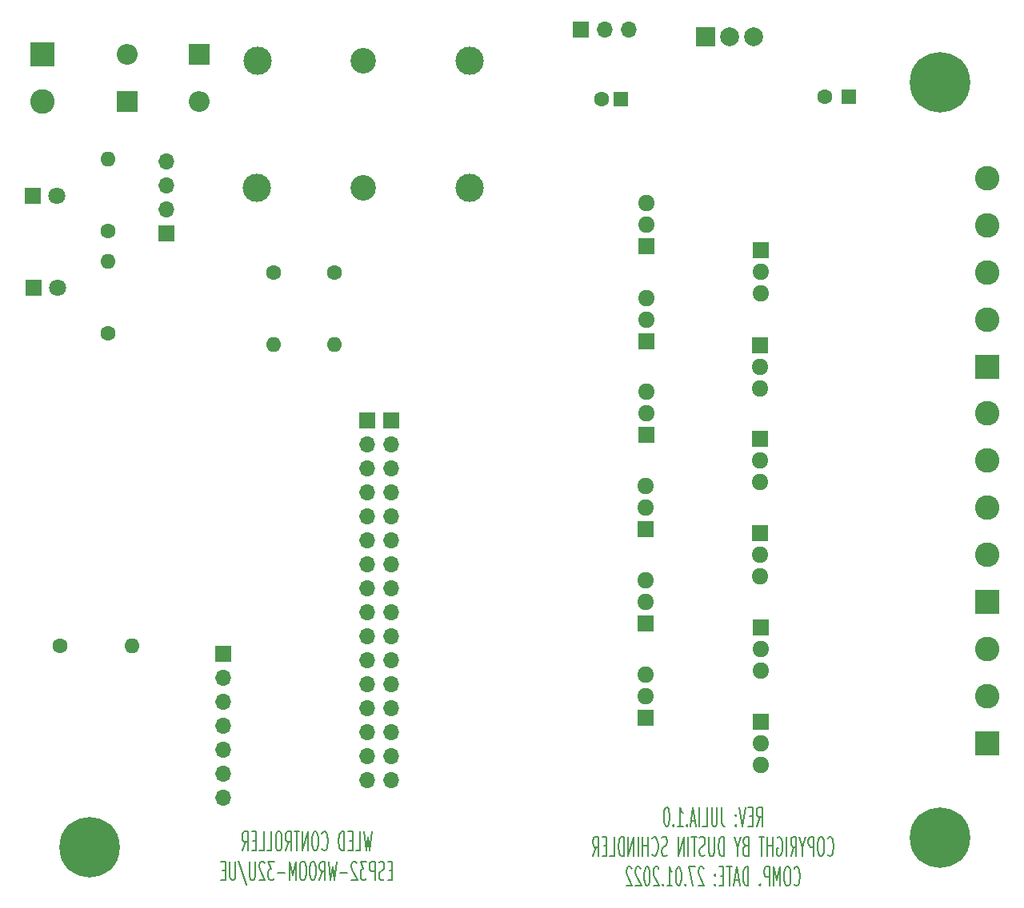
<source format=gbr>
%TF.GenerationSoftware,KiCad,Pcbnew,(5.1.10)-1*%
%TF.CreationDate,2022-01-27T04:55:15+01:00*%
%TF.ProjectId,_autosave-ESP32LedControllerRGBWWf_rJulia,5f617574-6f73-4617-9665-2d4553503332,rev?*%
%TF.SameCoordinates,Original*%
%TF.FileFunction,Soldermask,Bot*%
%TF.FilePolarity,Negative*%
%FSLAX46Y46*%
G04 Gerber Fmt 4.6, Leading zero omitted, Abs format (unit mm)*
G04 Created by KiCad (PCBNEW (5.1.10)-1) date 2022-01-27 04:55:15*
%MOMM*%
%LPD*%
G01*
G04 APERTURE LIST*
%ADD10C,0.150000*%
%ADD11C,6.400000*%
%ADD12C,2.600000*%
%ADD13R,2.600000X2.600000*%
%ADD14C,1.800000*%
%ADD15R,1.800000X1.800000*%
%ADD16C,2.000000*%
%ADD17R,2.000000X2.000000*%
%ADD18O,1.600000X1.600000*%
%ADD19C,1.600000*%
%ADD20O,1.800000X1.717500*%
%ADD21R,1.800000X1.717500*%
%ADD22O,1.700000X1.700000*%
%ADD23R,1.700000X1.700000*%
%ADD24C,2.700000*%
%ADD25C,3.000000*%
%ADD26O,2.200000X2.200000*%
%ADD27R,2.200000X2.200000*%
%ADD28R,1.600000X1.600000*%
G04 APERTURE END LIST*
D10*
X119880952Y-139329761D02*
X119642857Y-141329761D01*
X119452380Y-139901190D01*
X119261904Y-141329761D01*
X119023809Y-139329761D01*
X118166666Y-141329761D02*
X118642857Y-141329761D01*
X118642857Y-139329761D01*
X117833333Y-140282142D02*
X117500000Y-140282142D01*
X117357142Y-141329761D02*
X117833333Y-141329761D01*
X117833333Y-139329761D01*
X117357142Y-139329761D01*
X116928571Y-141329761D02*
X116928571Y-139329761D01*
X116690476Y-139329761D01*
X116547619Y-139425000D01*
X116452380Y-139615476D01*
X116404761Y-139805952D01*
X116357142Y-140186904D01*
X116357142Y-140472619D01*
X116404761Y-140853571D01*
X116452380Y-141044047D01*
X116547619Y-141234523D01*
X116690476Y-141329761D01*
X116928571Y-141329761D01*
X114595238Y-141139285D02*
X114642857Y-141234523D01*
X114785714Y-141329761D01*
X114880952Y-141329761D01*
X115023809Y-141234523D01*
X115119047Y-141044047D01*
X115166666Y-140853571D01*
X115214285Y-140472619D01*
X115214285Y-140186904D01*
X115166666Y-139805952D01*
X115119047Y-139615476D01*
X115023809Y-139425000D01*
X114880952Y-139329761D01*
X114785714Y-139329761D01*
X114642857Y-139425000D01*
X114595238Y-139520238D01*
X113976190Y-139329761D02*
X113785714Y-139329761D01*
X113690476Y-139425000D01*
X113595238Y-139615476D01*
X113547619Y-139996428D01*
X113547619Y-140663095D01*
X113595238Y-141044047D01*
X113690476Y-141234523D01*
X113785714Y-141329761D01*
X113976190Y-141329761D01*
X114071428Y-141234523D01*
X114166666Y-141044047D01*
X114214285Y-140663095D01*
X114214285Y-139996428D01*
X114166666Y-139615476D01*
X114071428Y-139425000D01*
X113976190Y-139329761D01*
X113119047Y-141329761D02*
X113119047Y-139329761D01*
X112547619Y-141329761D01*
X112547619Y-139329761D01*
X112214285Y-139329761D02*
X111642857Y-139329761D01*
X111928571Y-141329761D02*
X111928571Y-139329761D01*
X110738095Y-141329761D02*
X111071428Y-140377380D01*
X111309523Y-141329761D02*
X111309523Y-139329761D01*
X110928571Y-139329761D01*
X110833333Y-139425000D01*
X110785714Y-139520238D01*
X110738095Y-139710714D01*
X110738095Y-139996428D01*
X110785714Y-140186904D01*
X110833333Y-140282142D01*
X110928571Y-140377380D01*
X111309523Y-140377380D01*
X110119047Y-139329761D02*
X109928571Y-139329761D01*
X109833333Y-139425000D01*
X109738095Y-139615476D01*
X109690476Y-139996428D01*
X109690476Y-140663095D01*
X109738095Y-141044047D01*
X109833333Y-141234523D01*
X109928571Y-141329761D01*
X110119047Y-141329761D01*
X110214285Y-141234523D01*
X110309523Y-141044047D01*
X110357142Y-140663095D01*
X110357142Y-139996428D01*
X110309523Y-139615476D01*
X110214285Y-139425000D01*
X110119047Y-139329761D01*
X108785714Y-141329761D02*
X109261904Y-141329761D01*
X109261904Y-139329761D01*
X107976190Y-141329761D02*
X108452380Y-141329761D01*
X108452380Y-139329761D01*
X107642857Y-140282142D02*
X107309523Y-140282142D01*
X107166666Y-141329761D02*
X107642857Y-141329761D01*
X107642857Y-139329761D01*
X107166666Y-139329761D01*
X106166666Y-141329761D02*
X106500000Y-140377380D01*
X106738095Y-141329761D02*
X106738095Y-139329761D01*
X106357142Y-139329761D01*
X106261904Y-139425000D01*
X106214285Y-139520238D01*
X106166666Y-139710714D01*
X106166666Y-139996428D01*
X106214285Y-140186904D01*
X106261904Y-140282142D01*
X106357142Y-140377380D01*
X106738095Y-140377380D01*
X122047619Y-143432142D02*
X121714285Y-143432142D01*
X121571428Y-144479761D02*
X122047619Y-144479761D01*
X122047619Y-142479761D01*
X121571428Y-142479761D01*
X121190476Y-144384523D02*
X121047619Y-144479761D01*
X120809523Y-144479761D01*
X120714285Y-144384523D01*
X120666666Y-144289285D01*
X120619047Y-144098809D01*
X120619047Y-143908333D01*
X120666666Y-143717857D01*
X120714285Y-143622619D01*
X120809523Y-143527380D01*
X121000000Y-143432142D01*
X121095238Y-143336904D01*
X121142857Y-143241666D01*
X121190476Y-143051190D01*
X121190476Y-142860714D01*
X121142857Y-142670238D01*
X121095238Y-142575000D01*
X121000000Y-142479761D01*
X120761904Y-142479761D01*
X120619047Y-142575000D01*
X120190476Y-144479761D02*
X120190476Y-142479761D01*
X119809523Y-142479761D01*
X119714285Y-142575000D01*
X119666666Y-142670238D01*
X119619047Y-142860714D01*
X119619047Y-143146428D01*
X119666666Y-143336904D01*
X119714285Y-143432142D01*
X119809523Y-143527380D01*
X120190476Y-143527380D01*
X119285714Y-142479761D02*
X118666666Y-142479761D01*
X119000000Y-143241666D01*
X118857142Y-143241666D01*
X118761904Y-143336904D01*
X118714285Y-143432142D01*
X118666666Y-143622619D01*
X118666666Y-144098809D01*
X118714285Y-144289285D01*
X118761904Y-144384523D01*
X118857142Y-144479761D01*
X119142857Y-144479761D01*
X119238095Y-144384523D01*
X119285714Y-144289285D01*
X118285714Y-142670238D02*
X118238095Y-142575000D01*
X118142857Y-142479761D01*
X117904761Y-142479761D01*
X117809523Y-142575000D01*
X117761904Y-142670238D01*
X117714285Y-142860714D01*
X117714285Y-143051190D01*
X117761904Y-143336904D01*
X118333333Y-144479761D01*
X117714285Y-144479761D01*
X117285714Y-143717857D02*
X116523809Y-143717857D01*
X116142857Y-142479761D02*
X115904761Y-144479761D01*
X115714285Y-143051190D01*
X115523809Y-144479761D01*
X115285714Y-142479761D01*
X114333333Y-144479761D02*
X114666666Y-143527380D01*
X114904761Y-144479761D02*
X114904761Y-142479761D01*
X114523809Y-142479761D01*
X114428571Y-142575000D01*
X114380952Y-142670238D01*
X114333333Y-142860714D01*
X114333333Y-143146428D01*
X114380952Y-143336904D01*
X114428571Y-143432142D01*
X114523809Y-143527380D01*
X114904761Y-143527380D01*
X113714285Y-142479761D02*
X113523809Y-142479761D01*
X113428571Y-142575000D01*
X113333333Y-142765476D01*
X113285714Y-143146428D01*
X113285714Y-143813095D01*
X113333333Y-144194047D01*
X113428571Y-144384523D01*
X113523809Y-144479761D01*
X113714285Y-144479761D01*
X113809523Y-144384523D01*
X113904761Y-144194047D01*
X113952380Y-143813095D01*
X113952380Y-143146428D01*
X113904761Y-142765476D01*
X113809523Y-142575000D01*
X113714285Y-142479761D01*
X112666666Y-142479761D02*
X112476190Y-142479761D01*
X112380952Y-142575000D01*
X112285714Y-142765476D01*
X112238095Y-143146428D01*
X112238095Y-143813095D01*
X112285714Y-144194047D01*
X112380952Y-144384523D01*
X112476190Y-144479761D01*
X112666666Y-144479761D01*
X112761904Y-144384523D01*
X112857142Y-144194047D01*
X112904761Y-143813095D01*
X112904761Y-143146428D01*
X112857142Y-142765476D01*
X112761904Y-142575000D01*
X112666666Y-142479761D01*
X111809523Y-144479761D02*
X111809523Y-142479761D01*
X111476190Y-143908333D01*
X111142857Y-142479761D01*
X111142857Y-144479761D01*
X110666666Y-143717857D02*
X109904761Y-143717857D01*
X109523809Y-142479761D02*
X108904761Y-142479761D01*
X109238095Y-143241666D01*
X109095238Y-143241666D01*
X109000000Y-143336904D01*
X108952380Y-143432142D01*
X108904761Y-143622619D01*
X108904761Y-144098809D01*
X108952380Y-144289285D01*
X109000000Y-144384523D01*
X109095238Y-144479761D01*
X109380952Y-144479761D01*
X109476190Y-144384523D01*
X109523809Y-144289285D01*
X108523809Y-142670238D02*
X108476190Y-142575000D01*
X108380952Y-142479761D01*
X108142857Y-142479761D01*
X108047619Y-142575000D01*
X108000000Y-142670238D01*
X107952380Y-142860714D01*
X107952380Y-143051190D01*
X108000000Y-143336904D01*
X108571428Y-144479761D01*
X107952380Y-144479761D01*
X107523809Y-142479761D02*
X107523809Y-144098809D01*
X107476190Y-144289285D01*
X107428571Y-144384523D01*
X107333333Y-144479761D01*
X107142857Y-144479761D01*
X107047619Y-144384523D01*
X107000000Y-144289285D01*
X106952380Y-144098809D01*
X106952380Y-142479761D01*
X105761904Y-142384523D02*
X106619047Y-144955952D01*
X105428571Y-142479761D02*
X105428571Y-144098809D01*
X105380952Y-144289285D01*
X105333333Y-144384523D01*
X105238095Y-144479761D01*
X105047619Y-144479761D01*
X104952380Y-144384523D01*
X104904761Y-144289285D01*
X104857142Y-144098809D01*
X104857142Y-142479761D01*
X104380952Y-143432142D02*
X104047619Y-143432142D01*
X103904761Y-144479761D02*
X104380952Y-144479761D01*
X104380952Y-142479761D01*
X103904761Y-142479761D01*
X160595238Y-138754761D02*
X160928571Y-137802380D01*
X161166666Y-138754761D02*
X161166666Y-136754761D01*
X160785714Y-136754761D01*
X160690476Y-136850000D01*
X160642857Y-136945238D01*
X160595238Y-137135714D01*
X160595238Y-137421428D01*
X160642857Y-137611904D01*
X160690476Y-137707142D01*
X160785714Y-137802380D01*
X161166666Y-137802380D01*
X160166666Y-137707142D02*
X159833333Y-137707142D01*
X159690476Y-138754761D02*
X160166666Y-138754761D01*
X160166666Y-136754761D01*
X159690476Y-136754761D01*
X159404761Y-136754761D02*
X159071428Y-138754761D01*
X158738095Y-136754761D01*
X158404761Y-138564285D02*
X158357142Y-138659523D01*
X158404761Y-138754761D01*
X158452380Y-138659523D01*
X158404761Y-138564285D01*
X158404761Y-138754761D01*
X158404761Y-137516666D02*
X158357142Y-137611904D01*
X158404761Y-137707142D01*
X158452380Y-137611904D01*
X158404761Y-137516666D01*
X158404761Y-137707142D01*
X156880952Y-136754761D02*
X156880952Y-138183333D01*
X156928571Y-138469047D01*
X157023809Y-138659523D01*
X157166666Y-138754761D01*
X157261904Y-138754761D01*
X156404761Y-136754761D02*
X156404761Y-138373809D01*
X156357142Y-138564285D01*
X156309523Y-138659523D01*
X156214285Y-138754761D01*
X156023809Y-138754761D01*
X155928571Y-138659523D01*
X155880952Y-138564285D01*
X155833333Y-138373809D01*
X155833333Y-136754761D01*
X154880952Y-138754761D02*
X155357142Y-138754761D01*
X155357142Y-136754761D01*
X154547619Y-138754761D02*
X154547619Y-136754761D01*
X154119047Y-138183333D02*
X153642857Y-138183333D01*
X154214285Y-138754761D02*
X153880952Y-136754761D01*
X153547619Y-138754761D01*
X153214285Y-138564285D02*
X153166666Y-138659523D01*
X153214285Y-138754761D01*
X153261904Y-138659523D01*
X153214285Y-138564285D01*
X153214285Y-138754761D01*
X152214285Y-138754761D02*
X152785714Y-138754761D01*
X152500000Y-138754761D02*
X152500000Y-136754761D01*
X152595238Y-137040476D01*
X152690476Y-137230952D01*
X152785714Y-137326190D01*
X151785714Y-138564285D02*
X151738095Y-138659523D01*
X151785714Y-138754761D01*
X151833333Y-138659523D01*
X151785714Y-138564285D01*
X151785714Y-138754761D01*
X151119047Y-136754761D02*
X151023809Y-136754761D01*
X150928571Y-136850000D01*
X150880952Y-136945238D01*
X150833333Y-137135714D01*
X150785714Y-137516666D01*
X150785714Y-137992857D01*
X150833333Y-138373809D01*
X150880952Y-138564285D01*
X150928571Y-138659523D01*
X151023809Y-138754761D01*
X151119047Y-138754761D01*
X151214285Y-138659523D01*
X151261904Y-138564285D01*
X151309523Y-138373809D01*
X151357142Y-137992857D01*
X151357142Y-137516666D01*
X151309523Y-137135714D01*
X151261904Y-136945238D01*
X151214285Y-136850000D01*
X151119047Y-136754761D01*
X168119047Y-141714285D02*
X168166666Y-141809523D01*
X168309523Y-141904761D01*
X168404761Y-141904761D01*
X168547619Y-141809523D01*
X168642857Y-141619047D01*
X168690476Y-141428571D01*
X168738095Y-141047619D01*
X168738095Y-140761904D01*
X168690476Y-140380952D01*
X168642857Y-140190476D01*
X168547619Y-140000000D01*
X168404761Y-139904761D01*
X168309523Y-139904761D01*
X168166666Y-140000000D01*
X168119047Y-140095238D01*
X167500000Y-139904761D02*
X167309523Y-139904761D01*
X167214285Y-140000000D01*
X167119047Y-140190476D01*
X167071428Y-140571428D01*
X167071428Y-141238095D01*
X167119047Y-141619047D01*
X167214285Y-141809523D01*
X167309523Y-141904761D01*
X167500000Y-141904761D01*
X167595238Y-141809523D01*
X167690476Y-141619047D01*
X167738095Y-141238095D01*
X167738095Y-140571428D01*
X167690476Y-140190476D01*
X167595238Y-140000000D01*
X167500000Y-139904761D01*
X166642857Y-141904761D02*
X166642857Y-139904761D01*
X166261904Y-139904761D01*
X166166666Y-140000000D01*
X166119047Y-140095238D01*
X166071428Y-140285714D01*
X166071428Y-140571428D01*
X166119047Y-140761904D01*
X166166666Y-140857142D01*
X166261904Y-140952380D01*
X166642857Y-140952380D01*
X165452380Y-140952380D02*
X165452380Y-141904761D01*
X165785714Y-139904761D02*
X165452380Y-140952380D01*
X165119047Y-139904761D01*
X164214285Y-141904761D02*
X164547619Y-140952380D01*
X164785714Y-141904761D02*
X164785714Y-139904761D01*
X164404761Y-139904761D01*
X164309523Y-140000000D01*
X164261904Y-140095238D01*
X164214285Y-140285714D01*
X164214285Y-140571428D01*
X164261904Y-140761904D01*
X164309523Y-140857142D01*
X164404761Y-140952380D01*
X164785714Y-140952380D01*
X163785714Y-141904761D02*
X163785714Y-139904761D01*
X162785714Y-140000000D02*
X162880952Y-139904761D01*
X163023809Y-139904761D01*
X163166666Y-140000000D01*
X163261904Y-140190476D01*
X163309523Y-140380952D01*
X163357142Y-140761904D01*
X163357142Y-141047619D01*
X163309523Y-141428571D01*
X163261904Y-141619047D01*
X163166666Y-141809523D01*
X163023809Y-141904761D01*
X162928571Y-141904761D01*
X162785714Y-141809523D01*
X162738095Y-141714285D01*
X162738095Y-141047619D01*
X162928571Y-141047619D01*
X162309523Y-141904761D02*
X162309523Y-139904761D01*
X162309523Y-140857142D02*
X161738095Y-140857142D01*
X161738095Y-141904761D02*
X161738095Y-139904761D01*
X161404761Y-139904761D02*
X160833333Y-139904761D01*
X161119047Y-141904761D02*
X161119047Y-139904761D01*
X159404761Y-140857142D02*
X159261904Y-140952380D01*
X159214285Y-141047619D01*
X159166666Y-141238095D01*
X159166666Y-141523809D01*
X159214285Y-141714285D01*
X159261904Y-141809523D01*
X159357142Y-141904761D01*
X159738095Y-141904761D01*
X159738095Y-139904761D01*
X159404761Y-139904761D01*
X159309523Y-140000000D01*
X159261904Y-140095238D01*
X159214285Y-140285714D01*
X159214285Y-140476190D01*
X159261904Y-140666666D01*
X159309523Y-140761904D01*
X159404761Y-140857142D01*
X159738095Y-140857142D01*
X158547619Y-140952380D02*
X158547619Y-141904761D01*
X158880952Y-139904761D02*
X158547619Y-140952380D01*
X158214285Y-139904761D01*
X157119047Y-141904761D02*
X157119047Y-139904761D01*
X156880952Y-139904761D01*
X156738095Y-140000000D01*
X156642857Y-140190476D01*
X156595238Y-140380952D01*
X156547619Y-140761904D01*
X156547619Y-141047619D01*
X156595238Y-141428571D01*
X156642857Y-141619047D01*
X156738095Y-141809523D01*
X156880952Y-141904761D01*
X157119047Y-141904761D01*
X156119047Y-139904761D02*
X156119047Y-141523809D01*
X156071428Y-141714285D01*
X156023809Y-141809523D01*
X155928571Y-141904761D01*
X155738095Y-141904761D01*
X155642857Y-141809523D01*
X155595238Y-141714285D01*
X155547619Y-141523809D01*
X155547619Y-139904761D01*
X155119047Y-141809523D02*
X154976190Y-141904761D01*
X154738095Y-141904761D01*
X154642857Y-141809523D01*
X154595238Y-141714285D01*
X154547619Y-141523809D01*
X154547619Y-141333333D01*
X154595238Y-141142857D01*
X154642857Y-141047619D01*
X154738095Y-140952380D01*
X154928571Y-140857142D01*
X155023809Y-140761904D01*
X155071428Y-140666666D01*
X155119047Y-140476190D01*
X155119047Y-140285714D01*
X155071428Y-140095238D01*
X155023809Y-140000000D01*
X154928571Y-139904761D01*
X154690476Y-139904761D01*
X154547619Y-140000000D01*
X154261904Y-139904761D02*
X153690476Y-139904761D01*
X153976190Y-141904761D02*
X153976190Y-139904761D01*
X153357142Y-141904761D02*
X153357142Y-139904761D01*
X152880952Y-141904761D02*
X152880952Y-139904761D01*
X152309523Y-141904761D01*
X152309523Y-139904761D01*
X151119047Y-141809523D02*
X150976190Y-141904761D01*
X150738095Y-141904761D01*
X150642857Y-141809523D01*
X150595238Y-141714285D01*
X150547619Y-141523809D01*
X150547619Y-141333333D01*
X150595238Y-141142857D01*
X150642857Y-141047619D01*
X150738095Y-140952380D01*
X150928571Y-140857142D01*
X151023809Y-140761904D01*
X151071428Y-140666666D01*
X151119047Y-140476190D01*
X151119047Y-140285714D01*
X151071428Y-140095238D01*
X151023809Y-140000000D01*
X150928571Y-139904761D01*
X150690476Y-139904761D01*
X150547619Y-140000000D01*
X149547619Y-141714285D02*
X149595238Y-141809523D01*
X149738095Y-141904761D01*
X149833333Y-141904761D01*
X149976190Y-141809523D01*
X150071428Y-141619047D01*
X150119047Y-141428571D01*
X150166666Y-141047619D01*
X150166666Y-140761904D01*
X150119047Y-140380952D01*
X150071428Y-140190476D01*
X149976190Y-140000000D01*
X149833333Y-139904761D01*
X149738095Y-139904761D01*
X149595238Y-140000000D01*
X149547619Y-140095238D01*
X149119047Y-141904761D02*
X149119047Y-139904761D01*
X149119047Y-140857142D02*
X148547619Y-140857142D01*
X148547619Y-141904761D02*
X148547619Y-139904761D01*
X148071428Y-141904761D02*
X148071428Y-139904761D01*
X147595238Y-141904761D02*
X147595238Y-139904761D01*
X147023809Y-141904761D01*
X147023809Y-139904761D01*
X146547619Y-141904761D02*
X146547619Y-139904761D01*
X146309523Y-139904761D01*
X146166666Y-140000000D01*
X146071428Y-140190476D01*
X146023809Y-140380952D01*
X145976190Y-140761904D01*
X145976190Y-141047619D01*
X146023809Y-141428571D01*
X146071428Y-141619047D01*
X146166666Y-141809523D01*
X146309523Y-141904761D01*
X146547619Y-141904761D01*
X145071428Y-141904761D02*
X145547619Y-141904761D01*
X145547619Y-139904761D01*
X144738095Y-140857142D02*
X144404761Y-140857142D01*
X144261904Y-141904761D02*
X144738095Y-141904761D01*
X144738095Y-139904761D01*
X144261904Y-139904761D01*
X143261904Y-141904761D02*
X143595238Y-140952380D01*
X143833333Y-141904761D02*
X143833333Y-139904761D01*
X143452380Y-139904761D01*
X143357142Y-140000000D01*
X143309523Y-140095238D01*
X143261904Y-140285714D01*
X143261904Y-140571428D01*
X143309523Y-140761904D01*
X143357142Y-140857142D01*
X143452380Y-140952380D01*
X143833333Y-140952380D01*
X164571428Y-144864285D02*
X164619047Y-144959523D01*
X164761904Y-145054761D01*
X164857142Y-145054761D01*
X165000000Y-144959523D01*
X165095238Y-144769047D01*
X165142857Y-144578571D01*
X165190476Y-144197619D01*
X165190476Y-143911904D01*
X165142857Y-143530952D01*
X165095238Y-143340476D01*
X165000000Y-143150000D01*
X164857142Y-143054761D01*
X164761904Y-143054761D01*
X164619047Y-143150000D01*
X164571428Y-143245238D01*
X163952380Y-143054761D02*
X163761904Y-143054761D01*
X163666666Y-143150000D01*
X163571428Y-143340476D01*
X163523809Y-143721428D01*
X163523809Y-144388095D01*
X163571428Y-144769047D01*
X163666666Y-144959523D01*
X163761904Y-145054761D01*
X163952380Y-145054761D01*
X164047619Y-144959523D01*
X164142857Y-144769047D01*
X164190476Y-144388095D01*
X164190476Y-143721428D01*
X164142857Y-143340476D01*
X164047619Y-143150000D01*
X163952380Y-143054761D01*
X163095238Y-145054761D02*
X163095238Y-143054761D01*
X162761904Y-144483333D01*
X162428571Y-143054761D01*
X162428571Y-145054761D01*
X161952380Y-145054761D02*
X161952380Y-143054761D01*
X161571428Y-143054761D01*
X161476190Y-143150000D01*
X161428571Y-143245238D01*
X161380952Y-143435714D01*
X161380952Y-143721428D01*
X161428571Y-143911904D01*
X161476190Y-144007142D01*
X161571428Y-144102380D01*
X161952380Y-144102380D01*
X160952380Y-144864285D02*
X160904761Y-144959523D01*
X160952380Y-145054761D01*
X161000000Y-144959523D01*
X160952380Y-144864285D01*
X160952380Y-145054761D01*
X159714285Y-145054761D02*
X159714285Y-143054761D01*
X159476190Y-143054761D01*
X159333333Y-143150000D01*
X159238095Y-143340476D01*
X159190476Y-143530952D01*
X159142857Y-143911904D01*
X159142857Y-144197619D01*
X159190476Y-144578571D01*
X159238095Y-144769047D01*
X159333333Y-144959523D01*
X159476190Y-145054761D01*
X159714285Y-145054761D01*
X158761904Y-144483333D02*
X158285714Y-144483333D01*
X158857142Y-145054761D02*
X158523809Y-143054761D01*
X158190476Y-145054761D01*
X158000000Y-143054761D02*
X157428571Y-143054761D01*
X157714285Y-145054761D02*
X157714285Y-143054761D01*
X157095238Y-144007142D02*
X156761904Y-144007142D01*
X156619047Y-145054761D02*
X157095238Y-145054761D01*
X157095238Y-143054761D01*
X156619047Y-143054761D01*
X156190476Y-144864285D02*
X156142857Y-144959523D01*
X156190476Y-145054761D01*
X156238095Y-144959523D01*
X156190476Y-144864285D01*
X156190476Y-145054761D01*
X156190476Y-143816666D02*
X156142857Y-143911904D01*
X156190476Y-144007142D01*
X156238095Y-143911904D01*
X156190476Y-143816666D01*
X156190476Y-144007142D01*
X155000000Y-143245238D02*
X154952380Y-143150000D01*
X154857142Y-143054761D01*
X154619047Y-143054761D01*
X154523809Y-143150000D01*
X154476190Y-143245238D01*
X154428571Y-143435714D01*
X154428571Y-143626190D01*
X154476190Y-143911904D01*
X155047619Y-145054761D01*
X154428571Y-145054761D01*
X154095238Y-143054761D02*
X153428571Y-143054761D01*
X153857142Y-145054761D01*
X153047619Y-144864285D02*
X153000000Y-144959523D01*
X153047619Y-145054761D01*
X153095238Y-144959523D01*
X153047619Y-144864285D01*
X153047619Y-145054761D01*
X152380952Y-143054761D02*
X152285714Y-143054761D01*
X152190476Y-143150000D01*
X152142857Y-143245238D01*
X152095238Y-143435714D01*
X152047619Y-143816666D01*
X152047619Y-144292857D01*
X152095238Y-144673809D01*
X152142857Y-144864285D01*
X152190476Y-144959523D01*
X152285714Y-145054761D01*
X152380952Y-145054761D01*
X152476190Y-144959523D01*
X152523809Y-144864285D01*
X152571428Y-144673809D01*
X152619047Y-144292857D01*
X152619047Y-143816666D01*
X152571428Y-143435714D01*
X152523809Y-143245238D01*
X152476190Y-143150000D01*
X152380952Y-143054761D01*
X151095238Y-145054761D02*
X151666666Y-145054761D01*
X151380952Y-145054761D02*
X151380952Y-143054761D01*
X151476190Y-143340476D01*
X151571428Y-143530952D01*
X151666666Y-143626190D01*
X150666666Y-144864285D02*
X150619047Y-144959523D01*
X150666666Y-145054761D01*
X150714285Y-144959523D01*
X150666666Y-144864285D01*
X150666666Y-145054761D01*
X150238095Y-143245238D02*
X150190476Y-143150000D01*
X150095238Y-143054761D01*
X149857142Y-143054761D01*
X149761904Y-143150000D01*
X149714285Y-143245238D01*
X149666666Y-143435714D01*
X149666666Y-143626190D01*
X149714285Y-143911904D01*
X150285714Y-145054761D01*
X149666666Y-145054761D01*
X149047619Y-143054761D02*
X148952380Y-143054761D01*
X148857142Y-143150000D01*
X148809523Y-143245238D01*
X148761904Y-143435714D01*
X148714285Y-143816666D01*
X148714285Y-144292857D01*
X148761904Y-144673809D01*
X148809523Y-144864285D01*
X148857142Y-144959523D01*
X148952380Y-145054761D01*
X149047619Y-145054761D01*
X149142857Y-144959523D01*
X149190476Y-144864285D01*
X149238095Y-144673809D01*
X149285714Y-144292857D01*
X149285714Y-143816666D01*
X149238095Y-143435714D01*
X149190476Y-143245238D01*
X149142857Y-143150000D01*
X149047619Y-143054761D01*
X148333333Y-143245238D02*
X148285714Y-143150000D01*
X148190476Y-143054761D01*
X147952380Y-143054761D01*
X147857142Y-143150000D01*
X147809523Y-143245238D01*
X147761904Y-143435714D01*
X147761904Y-143626190D01*
X147809523Y-143911904D01*
X148380952Y-145054761D01*
X147761904Y-145054761D01*
X147380952Y-143245238D02*
X147333333Y-143150000D01*
X147238095Y-143054761D01*
X147000000Y-143054761D01*
X146904761Y-143150000D01*
X146857142Y-143245238D01*
X146809523Y-143435714D01*
X146809523Y-143626190D01*
X146857142Y-143911904D01*
X147428571Y-145054761D01*
X146809523Y-145054761D01*
D11*
%TO.C,REF\u002A\u002A*%
X180000000Y-60000000D03*
%TD*%
%TO.C,REF\u002A\u002A*%
X180000000Y-140000000D03*
%TD*%
%TO.C,REF\u002A\u002A*%
X90000000Y-141000000D03*
%TD*%
D12*
%TO.C,J2*%
X185000000Y-95000000D03*
X185000000Y-100000000D03*
X185000000Y-105000000D03*
X185000000Y-110000000D03*
D13*
X185000000Y-115000000D03*
%TD*%
D14*
%TO.C,D2*%
X86540000Y-72000000D03*
D15*
X84000000Y-72000000D03*
%TD*%
D12*
%TO.C,J2*%
X185000000Y-120000000D03*
X185000000Y-125000000D03*
D13*
X185000000Y-130000000D03*
%TD*%
D16*
%TO.C,U2*%
X160255000Y-55150000D03*
X157715000Y-55150000D03*
D17*
X155175000Y-55150000D03*
%TD*%
D18*
%TO.C,R5*%
X91975000Y-78905000D03*
D19*
X91975000Y-86525000D03*
%TD*%
D18*
%TO.C,R4*%
X91975000Y-68080000D03*
D19*
X91975000Y-75700000D03*
%TD*%
D18*
%TO.C,R3*%
X115950000Y-87720000D03*
D19*
X115950000Y-80100000D03*
%TD*%
D18*
%TO.C,R2*%
X94488000Y-119634000D03*
D19*
X86868000Y-119634000D03*
%TD*%
D18*
%TO.C,R1*%
X109500000Y-87720000D03*
D19*
X109500000Y-80100000D03*
%TD*%
D20*
%TO.C,Q12*%
X161041667Y-132290000D03*
X161041667Y-130000000D03*
D21*
X161041667Y-127710000D03*
%TD*%
%TO.C,Q11*%
X148825000Y-127300000D03*
D20*
X148825000Y-125010000D03*
X148825000Y-122720000D03*
%TD*%
D21*
%TO.C,Q10*%
X161025000Y-117700000D03*
D20*
X161025000Y-119990000D03*
X161025000Y-122280000D03*
%TD*%
%TO.C,Q9*%
X148825000Y-112695000D03*
X148825000Y-114985000D03*
D21*
X148825000Y-117275000D03*
%TD*%
D20*
%TO.C,Q8*%
X160975000Y-112305000D03*
X160975000Y-110015000D03*
D21*
X160975000Y-107725000D03*
%TD*%
D20*
%TO.C,Q7*%
X148850000Y-102695000D03*
X148850000Y-104985000D03*
D21*
X148850000Y-107275000D03*
%TD*%
D20*
%TO.C,Q6*%
X160975000Y-102305000D03*
X160975000Y-100015000D03*
D21*
X160975000Y-97725000D03*
%TD*%
D20*
%TO.C,Q5*%
X148925000Y-92695000D03*
X148925000Y-94985000D03*
D21*
X148925000Y-97275000D03*
%TD*%
D20*
%TO.C,Q4*%
X160975000Y-92380000D03*
X160975000Y-90090000D03*
D21*
X160975000Y-87800000D03*
%TD*%
D20*
%TO.C,Q3*%
X148925000Y-82820000D03*
X148925000Y-85110000D03*
D21*
X148925000Y-87400000D03*
%TD*%
D20*
%TO.C,Q2*%
X161000000Y-82330000D03*
X161000000Y-80040000D03*
D21*
X161000000Y-77750000D03*
%TD*%
D20*
%TO.C,Q1*%
X148925000Y-72770000D03*
X148925000Y-75060000D03*
D21*
X148925000Y-77350000D03*
%TD*%
D22*
%TO.C,J7*%
X104129000Y-135717000D03*
X104129000Y-133177000D03*
X104129000Y-130637000D03*
X104129000Y-128097000D03*
X104129000Y-125557000D03*
X104129000Y-123017000D03*
D23*
X104129000Y-120477000D03*
%TD*%
D22*
%TO.C,J6*%
X147030000Y-54400000D03*
X144490000Y-54400000D03*
D23*
X141950000Y-54400000D03*
%TD*%
D22*
%TO.C,J5*%
X121888000Y-133860000D03*
X121888000Y-131320000D03*
X121888000Y-128780000D03*
X121888000Y-126240000D03*
X121888000Y-123700000D03*
X121888000Y-121160000D03*
X121888000Y-118620000D03*
X121888000Y-116080000D03*
X121888000Y-113540000D03*
X121888000Y-111000000D03*
X121888000Y-108460000D03*
X121888000Y-105920000D03*
X121888000Y-103380000D03*
X121888000Y-100840000D03*
X121888000Y-98300000D03*
D23*
X121888000Y-95760000D03*
%TD*%
D22*
%TO.C,J4*%
X119375000Y-133850000D03*
X119375000Y-131310000D03*
X119375000Y-128770000D03*
X119375000Y-126230000D03*
X119375000Y-123690000D03*
X119375000Y-121150000D03*
X119375000Y-118610000D03*
X119375000Y-116070000D03*
X119375000Y-113530000D03*
X119375000Y-110990000D03*
X119375000Y-108450000D03*
X119375000Y-105910000D03*
X119375000Y-103370000D03*
X119375000Y-100830000D03*
X119375000Y-98290000D03*
D23*
X119375000Y-95750000D03*
%TD*%
D22*
%TO.C,J3*%
X98100000Y-68380000D03*
X98100000Y-70920000D03*
X98100000Y-73460000D03*
D23*
X98100000Y-76000000D03*
%TD*%
D12*
%TO.C,J2*%
X184975000Y-70125000D03*
X184975000Y-75125000D03*
X184975000Y-80125000D03*
X184975000Y-85125000D03*
D13*
X184975000Y-90125000D03*
%TD*%
D12*
%TO.C,J1*%
X85000000Y-62000000D03*
D13*
X85000000Y-57000000D03*
%TD*%
D24*
%TO.C,F2*%
X118950000Y-71150000D03*
D25*
X107700000Y-71150000D03*
X130200000Y-71150000D03*
%TD*%
D24*
%TO.C,F1*%
X119000000Y-57700000D03*
D25*
X107750000Y-57700000D03*
X130250000Y-57700000D03*
%TD*%
D14*
%TO.C,D4*%
X86640000Y-81750000D03*
D15*
X84100000Y-81750000D03*
%TD*%
D26*
%TO.C,D3*%
X93980000Y-57000000D03*
D27*
X101600000Y-57000000D03*
%TD*%
D26*
%TO.C,D1*%
X101620000Y-62000000D03*
D27*
X94000000Y-62000000D03*
%TD*%
D19*
%TO.C,C10pF1*%
X144200000Y-61725000D03*
D28*
X146200000Y-61725000D03*
%TD*%
D19*
%TO.C,C100nF1*%
X167825000Y-61450000D03*
D28*
X170325000Y-61450000D03*
%TD*%
M02*

</source>
